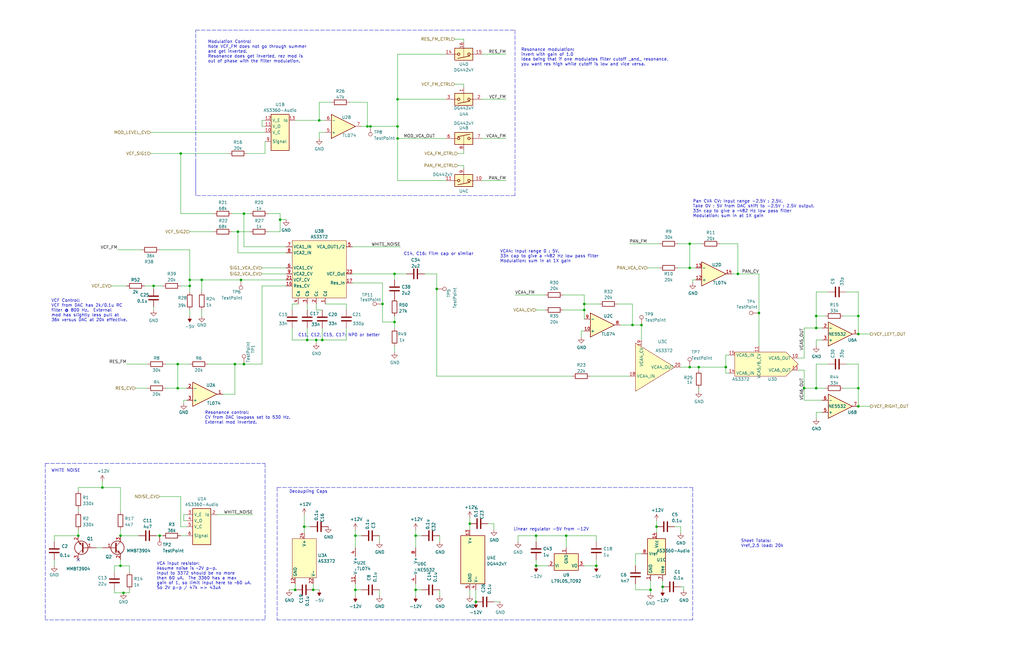
<source format=kicad_sch>
(kicad_sch (version 20230121) (generator eeschema)
  (paper "B")
  (title_block (title "Z3372 Signal Processor") (date "2025-02-03") (rev "0.5") (company "Zoxnoxious Engineering"))
  (junction (at 80.01 120.65))
  (junction (at 149.86 226.06))
  (junction (at 266.7 137.16))
  (junction (at 102.87 90.17))
  (junction (at 133.35 143.51))
  (junction (at 306.07 154.94))
  (junction (at 128.27 222.25))
  (junction (at 43.18 205.74))
  (junction (at 320.04 132.08))
  (junction (at 238.76 226.06))
  (junction (at 290.83 102.87))
  (junction (at 276.86 222.25))
  (junction (at 226.06 238.76))
  (junction (at 100.33 97.79))
  (junction (at 270.51 137.16))
  (junction (at 294.64 154.94))
  (junction (at 167.64 53.34))
  (junction (at 344.17 163.83))
  (junction (at 85.09 118.11))
  (junction (at 149.86 248.92))
  (junction (at 118.11 92.71))
  (junction (at 226.06 226.06))
  (junction (at 246.38 128.27))
  (junction (at 99.06 153.67))
  (junction (at 64.77 120.65))
  (junction (at 175.26 226.06))
  (junction (at 134.62 50.8))
  (junction (at 156.21 53.34))
  (junction (at 76.2 64.77))
  (junction (at 246.38 130.81))
  (junction (at 344.17 133.35))
  (junction (at 344.17 138.43))
  (junction (at 33.02 226.06))
  (junction (at 124.46 248.92))
  (junction (at 279.4 247.65))
  (junction (at 274.32 248.92))
  (junction (at 102.87 153.67))
  (junction (at 74.93 153.67))
  (junction (at 290.83 154.94))
  (junction (at 50.8 238.76))
  (junction (at 154.94 53.34))
  (junction (at 339.09 163.83))
  (junction (at 290.83 113.03))
  (junction (at 184.15 121.92))
  (junction (at 101.6 118.11))
  (junction (at 361.95 163.83))
  (junction (at 361.95 171.45))
  (junction (at 251.46 238.76))
  (junction (at 74.93 163.83))
  (junction (at 67.31 226.06))
  (junction (at 198.12 220.98))
  (junction (at 311.15 115.57))
  (junction (at 129.54 143.51))
  (junction (at 52.07 250.19))
  (junction (at 175.26 248.92))
  (junction (at 166.37 115.57))
  (junction (at 167.64 58.42))
  (junction (at 161.29 128.27))
  (junction (at 50.8 226.06))
  (junction (at 132.08 248.92))
  (junction (at 80.01 118.11))
  (junction (at 200.66 254))
  (junction (at 135.89 143.51))
  (junction (at 361.95 140.97))
  (junction (at 166.37 135.89))
  (junction (at 361.95 133.35))
  (junction (at 167.64 41.91))
  (no_connect (at 33.02 236.22))
  (wire (pts (xy 311.15 102.87) (xy 311.15 115.57)))
  (wire (pts (xy 270.51 143.51) (xy 270.51 137.16)))
  (wire (pts (xy 361.95 163.83) (xy 361.95 171.45)))
  (wire (pts (xy 33.02 226.06) (xy 33.02 223.52)))
  (wire (pts (xy 48.26 250.19) (xy 52.07 250.19)))
  (wire (pts (xy 339.09 168.91) (xy 339.09 163.83)))
  (wire (pts (xy 69.85 153.67) (xy 74.93 153.67)))
  (wire (pts (xy 76.2 226.06) (xy 78.74 226.06)))
  (polyline (pts (xy 116.84 205.74) (xy 116.84 261.62)) (stroke (width 0) (type dash)))
  (wire (pts (xy 124.46 246.38) (xy 124.46 248.92)))
  (wire (pts (xy 237.49 130.81) (xy 246.38 130.81)))
  (wire (pts (xy 48.26 238.76) (xy 48.26 241.3)))
  (wire (pts (xy 67.31 105.41) (xy 80.01 105.41)))
  (wire (pts (xy 175.26 226.06) (xy 177.8 226.06)))
  (wire (pts (xy 208.28 223.52) (xy 208.28 220.98)))
  (wire (pts (xy 161.29 119.38) (xy 161.29 128.27)))
  (polyline (pts (xy 116.84 205.74) (xy 292.1 205.74)) (stroke (width 0) (type dash)))
  (wire (pts (xy 267.97 233.68) (xy 270.51 233.68)))
  (wire (pts (xy 288.29 247.65) (xy 287.02 247.65)))
  (wire (pts (xy 361.95 133.35) (xy 361.95 140.97)))
  (wire (pts (xy 274.32 248.92) (xy 274.32 245.11)))
  (wire (pts (xy 198.12 220.98) (xy 198.12 223.52)))
  (wire (pts (xy 33.02 205.74) (xy 33.02 207.01)))
  (wire (pts (xy 85.09 130.81) (xy 85.09 133.35)))
  (wire (pts (xy 33.02 205.74) (xy 43.18 205.74)))
  (wire (pts (xy 276.86 219.71) (xy 276.86 222.25)))
  (polyline (pts (xy 111.76 195.58) (xy 111.76 261.62)) (stroke (width 0) (type dash)))
  (wire (pts (xy 203.2 41.91) (xy 213.36 41.91)))
  (wire (pts (xy 100.33 97.79) (xy 105.41 97.79)))
  (wire (pts (xy 284.48 222.25) (xy 287.02 222.25)))
  (wire (pts (xy 154.94 43.18) (xy 154.94 53.34)))
  (polyline (pts (xy 292.1 261.62) (xy 116.84 261.62)) (stroke (width 0) (type dash)))
  (wire (pts (xy 129.54 128.27) (xy 129.54 130.81)))
  (wire (pts (xy 110.49 50.8) (xy 111.76 50.8)))
  (wire (pts (xy 266.7 137.16) (xy 261.62 137.16)))
  (wire (pts (xy 210.82 254) (xy 208.28 254)))
  (wire (pts (xy 344.17 138.43) (xy 346.71 138.43)))
  (wire (pts (xy 226.06 226.06) (xy 226.06 228.6)))
  (wire (pts (xy 226.06 226.06) (xy 218.44 226.06)))
  (wire (pts (xy 154.94 53.34) (xy 156.21 53.34)))
  (polyline (pts (xy 217.17 12.7) (xy 217.17 82.55)) (stroke (width 0) (type dash)))
  (wire (pts (xy 146.05 128.27) (xy 146.05 130.81)))
  (wire (pts (xy 50.8 236.22) (xy 50.8 238.76)))
  (wire (pts (xy 198.12 218.44) (xy 198.12 220.98)))
  (wire (pts (xy 339.09 138.43) (xy 339.09 151.13)))
  (wire (pts (xy 274.32 248.92) (xy 274.32 250.19)))
  (wire (pts (xy 290.83 113.03) (xy 293.37 113.03)))
  (wire (pts (xy 175.26 248.92) (xy 177.8 248.92)))
  (wire (pts (xy 267.97 246.38) (xy 267.97 248.92)))
  (wire (pts (xy 339.09 163.83) (xy 339.09 156.21)))
  (wire (pts (xy 245.11 139.7) (xy 245.11 142.24)))
  (wire (pts (xy 46.99 120.65) (xy 53.34 120.65)))
  (wire (pts (xy 166.37 115.57) (xy 171.45 115.57)))
  (wire (pts (xy 195.58 64.77) (xy 195.58 63.5)))
  (wire (pts (xy 54.61 238.76) (xy 50.8 238.76)))
  (wire (pts (xy 64.77 120.65) (xy 68.58 120.65)))
  (wire (pts (xy 80.01 118.11) (xy 80.01 120.65)))
  (wire (pts (xy 50.8 205.74) (xy 43.18 205.74)))
  (wire (pts (xy 101.6 118.11) (xy 120.65 118.11)))
  (polyline (pts (xy 19.05 195.58) (xy 19.05 261.62)) (stroke (width 0) (type dash)))
  (wire (pts (xy 160.02 228.6) (xy 160.02 226.06)))
  (wire (pts (xy 191.77 35.56) (xy 195.58 35.56)))
  (wire (pts (xy 87.63 153.67) (xy 99.06 153.67)))
  (wire (pts (xy 77.47 217.17) (xy 78.74 217.17)))
  (wire (pts (xy 288.29 248.92) (xy 288.29 247.65)))
  (wire (pts (xy 97.79 97.79) (xy 100.33 97.79)))
  (wire (pts (xy 123.19 138.43) (xy 123.19 143.51)))
  (wire (pts (xy 110.49 120.65) (xy 120.65 120.65)))
  (wire (pts (xy 339.09 156.21) (xy 336.55 156.21)))
  (wire (pts (xy 135.89 143.51) (xy 133.35 143.51)))
  (wire (pts (xy 167.64 53.34) (xy 167.64 58.42)))
  (wire (pts (xy 76.2 64.77) (xy 76.2 90.17)))
  (wire (pts (xy 53.34 153.67) (xy 62.23 153.67)))
  (wire (pts (xy 185.42 251.46) (xy 185.42 248.92)))
  (wire (pts (xy 43.18 205.74) (xy 43.18 203.2)))
  (wire (pts (xy 293.37 118.11) (xy 292.1 118.11)))
  (wire (pts (xy 128.27 222.25) (xy 128.27 224.79)))
  (wire (pts (xy 187.96 76.2) (xy 167.64 76.2)))
  (wire (pts (xy 166.37 135.89) (xy 166.37 133.35)))
  (wire (pts (xy 78.74 168.91) (xy 77.47 168.91)))
  (wire (pts (xy 294.64 154.94) (xy 294.64 156.21)))
  (wire (pts (xy 85.09 118.11) (xy 101.6 118.11)))
  (wire (pts (xy 22.86 236.22) (xy 22.86 238.76)))
  (wire (pts (xy 80.01 97.79) (xy 90.17 97.79)))
  (wire (pts (xy 306.07 149.86) (xy 307.34 149.86)))
  (wire (pts (xy 91.44 217.17) (xy 106.68 217.17)))
  (wire (pts (xy 69.85 163.83) (xy 74.93 163.83)))
  (wire (pts (xy 279.4 248.92) (xy 279.4 247.65)))
  (wire (pts (xy 185.42 228.6) (xy 185.42 226.06)))
  (wire (pts (xy 344.17 143.51) (xy 344.17 146.05)))
  (wire (pts (xy 349.25 123.19) (xy 344.17 123.19)))
  (wire (pts (xy 22.86 226.06) (xy 33.02 226.06)))
  (wire (pts (xy 80.01 120.65) (xy 80.01 123.19)))
  (wire (pts (xy 99.06 166.37) (xy 93.98 166.37)))
  (wire (pts (xy 132.08 248.92) (xy 134.62 248.92)))
  (wire (pts (xy 50.8 238.76) (xy 48.26 238.76)))
  (wire (pts (xy 167.64 76.2) (xy 167.64 58.42)))
  (wire (pts (xy 99.06 153.67) (xy 99.06 166.37)))
  (wire (pts (xy 102.87 153.67) (xy 110.49 153.67)))
  (wire (pts (xy 110.49 120.65) (xy 110.49 153.67)))
  (wire (pts (xy 175.26 223.52) (xy 175.26 226.06)))
  (wire (pts (xy 179.07 115.57) (xy 184.15 115.57)))
  (wire (pts (xy 102.87 104.14) (xy 102.87 90.17)))
  (wire (pts (xy 148.59 119.38) (xy 161.29 119.38)))
  (wire (pts (xy 22.86 228.6) (xy 22.86 226.06)))
  (wire (pts (xy 134.62 55.88) (xy 134.62 58.42)))
  (wire (pts (xy 118.11 97.79) (xy 118.11 92.71)))
  (wire (pts (xy 347.98 133.35) (xy 344.17 133.35)))
  (wire (pts (xy 175.26 248.92) (xy 175.26 251.46)))
  (wire (pts (xy 132.08 246.38) (xy 132.08 248.92)))
  (wire (pts (xy 149.86 248.92) (xy 152.4 248.92)))
  (polyline (pts (xy 111.76 261.62) (xy 19.05 261.62)) (stroke (width 0) (type dash)))
  (wire (pts (xy 76.2 64.77) (xy 96.52 64.77)))
  (wire (pts (xy 66.04 226.06) (xy 67.31 226.06)))
  (wire (pts (xy 195.58 16.51) (xy 195.58 17.78)))
  (wire (pts (xy 129.54 143.51) (xy 133.35 143.51)))
  (wire (pts (xy 123.19 143.51) (xy 129.54 143.51)))
  (wire (pts (xy 356.87 123.19) (xy 361.95 123.19)))
  (wire (pts (xy 344.17 153.67) (xy 344.17 163.83)))
  (wire (pts (xy 344.17 176.53) (xy 344.17 173.99)))
  (wire (pts (xy 63.5 55.88) (xy 111.76 55.88)))
  (wire (pts (xy 49.53 105.41) (xy 59.69 105.41)))
  (polyline (pts (xy 82.55 12.7) (xy 217.17 12.7)) (stroke (width 0) (type dash)))
  (wire (pts (xy 311.15 115.57) (xy 320.04 115.57)))
  (wire (pts (xy 349.25 153.67) (xy 344.17 153.67)))
  (wire (pts (xy 78.74 222.25) (xy 76.2 222.25)))
  (wire (pts (xy 40.64 231.14) (xy 43.18 231.14)))
  (wire (pts (xy 78.74 219.71) (xy 77.47 219.71)))
  (wire (pts (xy 195.58 69.85) (xy 193.04 69.85)))
  (wire (pts (xy 148.59 104.14) (xy 168.91 104.14)))
  (wire (pts (xy 54.61 241.3) (xy 54.61 238.76)))
  (wire (pts (xy 306.07 157.48) (xy 306.07 154.94)))
  (wire (pts (xy 273.05 113.03) (xy 278.13 113.03)))
  (wire (pts (xy 184.15 121.92) (xy 184.15 158.75)))
  (wire (pts (xy 80.01 105.41) (xy 80.01 118.11)))
  (wire (pts (xy 306.07 154.94) (xy 306.07 149.86)))
  (wire (pts (xy 290.83 154.94) (xy 294.64 154.94)))
  (wire (pts (xy 251.46 226.06) (xy 238.76 226.06)))
  (wire (pts (xy 67.31 226.06) (xy 68.58 226.06)))
  (wire (pts (xy 267.97 238.76) (xy 267.97 233.68)))
  (wire (pts (xy 344.17 173.99) (xy 346.71 173.99)))
  (wire (pts (xy 166.37 146.05) (xy 166.37 148.59)))
  (wire (pts (xy 203.2 76.2) (xy 213.36 76.2)))
  (wire (pts (xy 146.05 138.43) (xy 146.05 143.51)))
  (wire (pts (xy 149.86 226.06) (xy 152.4 226.06)))
  (wire (pts (xy 167.64 22.86) (xy 167.64 41.91)))
  (wire (pts (xy 97.79 90.17) (xy 102.87 90.17)))
  (wire (pts (xy 129.54 138.43) (xy 129.54 143.51)))
  (wire (pts (xy 67.31 209.55) (xy 76.2 209.55)))
  (wire (pts (xy 100.33 106.68) (xy 120.65 106.68)))
  (wire (pts (xy 152.4 53.34) (xy 154.94 53.34)))
  (wire (pts (xy 191.77 16.51) (xy 195.58 16.51)))
  (wire (pts (xy 133.35 144.78) (xy 133.35 143.51)))
  (wire (pts (xy 77.47 168.91) (xy 77.47 170.18)))
  (wire (pts (xy 205.74 220.98) (xy 208.28 220.98)))
  (wire (pts (xy 184.15 158.75) (xy 241.3 158.75)))
  (wire (pts (xy 104.14 64.77) (xy 111.76 64.77)))
  (wire (pts (xy 339.09 163.83) (xy 344.17 163.83)))
  (wire (pts (xy 344.17 123.19) (xy 344.17 133.35)))
  (wire (pts (xy 80.01 118.11) (xy 85.09 118.11)))
  (wire (pts (xy 218.44 226.06) (xy 218.44 228.6)))
  (polyline (pts (xy 82.55 68.58) (xy 82.55 82.55)))
  (wire (pts (xy 285.75 113.03) (xy 290.83 113.03)))
  (wire (pts (xy 166.37 135.89) (xy 166.37 138.43)))
  (wire (pts (xy 110.49 113.03) (xy 120.65 113.03)))
  (polyline (pts (xy 19.05 195.58) (xy 111.76 195.58)) (stroke (width 0) (type dash)))
  (wire (pts (xy 135.89 130.81) (xy 133.35 130.81)))
  (wire (pts (xy 226.06 236.22) (xy 226.06 238.76)))
  (wire (pts (xy 149.86 223.52) (xy 149.86 226.06)))
  (wire (pts (xy 110.49 115.57) (xy 120.65 115.57)))
  (wire (pts (xy 265.43 102.87) (xy 278.13 102.87)))
  (wire (pts (xy 120.65 92.71) (xy 118.11 92.71)))
  (wire (pts (xy 270.51 137.16) (xy 266.7 137.16)))
  (wire (pts (xy 135.89 138.43) (xy 135.89 143.51)))
  (wire (pts (xy 267.97 248.92) (xy 274.32 248.92)))
  (wire (pts (xy 80.01 130.81) (xy 80.01 133.35)))
  (wire (pts (xy 355.6 163.83) (xy 361.95 163.83)))
  (wire (pts (xy 50.8 205.74) (xy 50.8 215.9)))
  (wire (pts (xy 200.66 248.92) (xy 200.66 254)))
  (wire (pts (xy 195.58 71.12) (xy 195.58 69.85)))
  (wire (pts (xy 361.95 153.67) (xy 361.95 163.83)))
  (wire (pts (xy 160.02 251.46) (xy 160.02 248.92)))
  (wire (pts (xy 279.4 245.11) (xy 279.4 247.65)))
  (wire (pts (xy 320.04 115.57) (xy 320.04 132.08)))
  (wire (pts (xy 63.5 64.77) (xy 76.2 64.77)))
  (wire (pts (xy 339.09 138.43) (xy 344.17 138.43)))
  (polyline (pts (xy 292.1 205.74) (xy 292.1 261.62)) (stroke (width 0) (type dash)))
  (wire (pts (xy 344.17 163.83) (xy 347.98 163.83)))
  (wire (pts (xy 50.8 223.52) (xy 50.8 226.06)))
  (wire (pts (xy 134.62 50.8) (xy 137.16 50.8)))
  (wire (pts (xy 320.04 132.08) (xy 320.04 146.05)))
  (wire (pts (xy 193.04 64.77) (xy 195.58 64.77)))
  (wire (pts (xy 76.2 222.25) (xy 76.2 209.55)))
  (wire (pts (xy 251.46 238.76) (xy 251.46 236.22)))
  (wire (pts (xy 128.27 222.25) (xy 130.81 222.25)))
  (wire (pts (xy 195.58 35.56) (xy 195.58 36.83)))
  (wire (pts (xy 246.38 139.7) (xy 245.11 139.7)))
  (wire (pts (xy 120.65 104.14) (xy 102.87 104.14)))
  (wire (pts (xy 99.06 153.67) (xy 102.87 153.67)))
  (wire (pts (xy 311.15 115.57) (xy 308.61 115.57)))
  (wire (pts (xy 57.15 163.83) (xy 62.23 163.83)))
  (wire (pts (xy 361.95 123.19) (xy 361.95 133.35)))
  (wire (pts (xy 237.49 124.46) (xy 246.38 124.46)))
  (wire (pts (xy 76.2 120.65) (xy 80.01 120.65)))
  (wire (pts (xy 266.7 128.27) (xy 266.7 137.16)))
  (wire (pts (xy 361.95 171.45) (xy 367.03 171.45)))
  (wire (pts (xy 139.7 43.18) (xy 134.62 43.18)))
  (wire (pts (xy 118.11 92.71) (xy 118.11 90.17)))
  (wire (pts (xy 74.93 163.83) (xy 78.74 163.83)))
  (wire (pts (xy 361.95 140.97) (xy 367.03 140.97)))
  (wire (pts (xy 217.17 124.46) (xy 229.87 124.46)))
  (wire (pts (xy 54.61 248.92) (xy 54.61 250.19)))
  (wire (pts (xy 346.71 168.91) (xy 339.09 168.91)))
  (wire (pts (xy 246.38 128.27) (xy 246.38 130.81)))
  (wire (pts (xy 294.64 154.94) (xy 306.07 154.94)))
  (wire (pts (xy 175.26 246.38) (xy 175.26 248.92)))
  (wire (pts (xy 198.12 248.92) (xy 198.12 251.46)))
  (wire (pts (xy 133.35 130.81) (xy 133.35 128.27)))
  (wire (pts (xy 76.2 90.17) (xy 90.17 90.17)))
  (wire (pts (xy 344.17 133.35) (xy 344.17 138.43)))
  (wire (pts (xy 346.71 143.51) (xy 344.17 143.51)))
  (wire (pts (xy 260.35 128.27) (xy 266.7 128.27)))
  (wire (pts (xy 60.96 120.65) (xy 64.77 120.65)))
  (wire (pts (xy 184.15 115.57) (xy 184.15 121.92)))
  (wire (pts (xy 134.62 55.88) (xy 137.16 55.88)))
  (wire (pts (xy 248.92 158.75) (xy 265.43 158.75)))
  (wire (pts (xy 128.27 217.17) (xy 128.27 222.25)))
  (wire (pts (xy 74.93 153.67) (xy 80.01 153.67)))
  (wire (pts (xy 294.64 163.83) (xy 294.64 165.1)))
  (wire (pts (xy 161.29 128.27) (xy 161.29 135.89)))
  (wire (pts (xy 246.38 124.46) (xy 246.38 128.27)))
  (wire (pts (xy 111.76 64.77) (xy 111.76 59.69)))
  (wire (pts (xy 226.06 130.81) (xy 229.87 130.81)))
  (wire (pts (xy 123.19 128.27) (xy 125.73 128.27)))
  (wire (pts (xy 149.86 246.38) (xy 149.86 248.92)))
  (wire (pts (xy 238.76 226.06) (xy 238.76 231.14)))
  (wire (pts (xy 100.33 106.68) (xy 100.33 97.79)))
  (wire (pts (xy 124.46 50.8) (xy 134.62 50.8)))
  (wire (pts (xy 246.38 130.81) (xy 246.38 134.62)))
  (wire (pts (xy 147.32 43.18) (xy 154.94 43.18)))
  (wire (pts (xy 238.76 226.06) (xy 226.06 226.06)))
  (wire (pts (xy 123.19 130.81) (xy 123.19 128.27)))
  (wire (pts (xy 307.34 157.48) (xy 306.07 157.48)))
  (wire (pts (xy 292.1 118.11) (xy 292.1 119.38)))
  (wire (pts (xy 64.77 129.54) (xy 64.77 130.81)))
  (wire (pts (xy 167.64 41.91) (xy 167.64 53.34)))
  (wire (pts (xy 226.06 238.76) (xy 231.14 238.76)))
  (wire (pts (xy 336.55 151.13) (xy 339.09 151.13)))
  (wire (pts (xy 290.83 102.87) (xy 295.91 102.87)))
  (wire (pts (xy 303.53 102.87) (xy 311.15 102.87)))
  (wire (pts (xy 355.6 133.35) (xy 361.95 133.35)))
  (wire (pts (xy 167.64 22.86) (xy 187.96 22.86)))
  (wire (pts (xy 149.86 248.92) (xy 149.86 251.46)))
  (wire (pts (xy 175.26 226.06) (xy 175.26 231.14)))
  (wire (pts (xy 276.86 222.25) (xy 276.86 224.79)))
  (wire (pts (xy 156.21 53.34) (xy 167.64 53.34)))
  (wire (pts (xy 285.75 102.87) (xy 290.83 102.87)))
  (wire (pts (xy 246.38 238.76) (xy 251.46 238.76)))
  (wire (pts (xy 110.49 53.34) (xy 110.49 50.8)))
  (wire (pts (xy 137.16 128.27) (xy 146.05 128.27)))
  (wire (pts (xy 111.76 53.34) (xy 110.49 53.34)))
  (wire (pts (xy 50.8 226.06) (xy 58.42 226.06)))
  (wire (pts (xy 290.83 102.87) (xy 290.83 113.03)))
  (wire (pts (xy 85.09 118.11) (xy 85.09 123.19)))
  (wire (pts (xy 121.92 248.92) (xy 124.46 248.92)))
  (wire (pts (xy 251.46 228.6) (xy 251.46 226.06)))
  (polyline (pts (xy 82.55 68.58) (xy 82.55 12.7)) (stroke (width 0) (type dash)))
  (wire (pts (xy 203.2 58.42) (xy 213.36 58.42)))
  (wire (pts (xy 161.29 135.89) (xy 166.37 135.89)))
  (wire (pts (xy 167.64 41.91) (xy 187.96 41.91)))
  (wire (pts (xy 134.62 43.18) (xy 134.62 50.8)))
  (wire (pts (xy 167.64 58.42) (xy 187.96 58.42)))
  (wire (pts (xy 48.26 248.92) (xy 48.26 250.19)))
  (wire (pts (xy 77.47 219.71) (xy 77.47 217.17)))
  (wire (pts (xy 113.03 97.79) (xy 118.11 97.79)))
  (wire (pts (xy 64.77 120.65) (xy 64.77 121.92)))
  (wire (pts (xy 102.87 90.17) (xy 105.41 90.17)))
  (wire (pts (xy 33.02 214.63) (xy 33.02 215.9)))
  (polyline (pts (xy 217.17 82.55) (xy 82.55 82.55)) (stroke (width 0) (type dash)))
  (wire (pts (xy 54.61 250.19) (xy 52.07 250.19)))
  (wire (pts (xy 356.87 153.67) (xy 361.95 153.67)))
  (wire (pts (xy 74.93 153.67) (xy 74.93 163.83)))
  (wire (pts (xy 113.03 90.17) (xy 118.11 90.17)))
  (wire (pts (xy 148.59 115.57) (xy 166.37 115.57)))
  (wire (pts (xy 287.02 154.94) (xy 290.83 154.94)))
  (wire (pts (xy 203.2 22.86) (xy 213.36 22.86)))
  (wire (pts (xy 246.38 128.27) (xy 252.73 128.27)))
  (wire (pts (xy 166.37 115.57) (xy 166.37 118.11)))
  (wire (pts (xy 146.05 143.51) (xy 135.89 143.51)))
  (wire (pts (xy 149.86 226.06) (xy 149.86 231.14)))
  (wire (pts (xy 287.02 224.79) (xy 287.02 222.25)))
  (text "Modulation Control\nNote VCF_FM does not go through summer\nand get inverted.\nResonance does get inverted, rez mod is\nout of phase with the filter modulation." (at 87.63 26.67 0) (effects (font (size 1.27 1.27)) (justify left bottom)))
  (text "Resonance modulation:\ninvert with gain of 1.0\nIdea being that if one modulates filter cutoff _and_ resonance,\nyou want res high while cutoff is low and vice versa." (at 219.71 27.94 0) (effects (font (size 1.27 1.27)) (justify left bottom)))
  (text "Resonance control:\nCV from DAC lowpass set to 530 Hz.\nExternal mod inverted." (at 86.36 179.07 0) (effects (font (size 1.27 1.27)) (justify left bottom)))
  (text "VCA4: Input range 0 : 5V.\n33n cap to give a ~482 Hz low pass filter\nModulation: sum in at 1X gain\n\n" (at 210.82 113.03 0) (effects (font (size 1.27 1.27)) (justify left bottom)))
  (text "Decoupling Caps" (at 121.92 208.28 0) (effects (font (size 1.27 1.27)) (justify left bottom)))
  (text "C14, C16: Film cap or similar" (at 170.18 107.95 0) (effects (font (size 1.27 1.27)) (justify left bottom)))
  (text "VCF Control:\nVCF from DAC has 2k/0.1u RC\nfilter @ 800 Hz.  External\nmod has slightly less pull at\n36k versus DAC at 20k effective." (at 21.59 135.89 0) (effects (font (size 1.27 1.27)) (justify left bottom)))
  (text "WHITE NOISE" (at 21.59 199.39 0) (effects (font (size 1.27 1.27)) (justify left bottom)))
  (text "Pan CVA CV: Input range -2.5V : 2.5V.\nTake 0V : 5V from DAC shift to -2.5V : 2.5V output.\n33n cap to give a ~482 Hz low pass filter\nModulation: sum in at 1X gain\n\n" (at 292.1 93.98 0) (effects (font (size 1.27 1.27)) (justify left bottom)))
  (text "Sheet Totals:\nVref_2.5 load: 20k" (at 312.42 231.14 0) (effects (font (size 1.27 1.27)) (justify left bottom)))
  (text "Linear regulator -5V from -12V" (at 216.535 224.155 0) (effects (font (size 1.27 1.27)) (justify left bottom)))
  (text "C11, C12, C15, C17: NP0 or better" (at 125.73 142.24 0) (effects (font (size 1.27 1.27)) (justify left bottom)))
  (text "VCA input resistor:\nAssume noise is ~2V p-p.\nInput to 3372 should be no more\nthan 60 uA.  The 3360 has a max\ngain of 1, so limit input here to ~60 uA.\nSo 2V p-p / 47k => 43uA" (at 66.04 248.92 0) (effects (font (size 1.27 1.27)) (justify left bottom)))
  (label "PAN_FM" (at 213.36 76.2 180))
  (label "RES_FM" (at 213.36 22.86 180))
  (label "VCF_FM" (at 49.53 105.41 180))
  (label "PAN_CV" (at 320.04 115.57 180))
  (label "MOD_VCA_OUT" (at 170.18 58.42 0))
  (label "PAN_FM" (at 265.43 102.87 0))
  (label "VCA6_OUT" (at 339.09 168.91 90))
  (label "VCA4_FM" (at 217.17 124.46 0))
  (label "WHITE_NOISE" (at 168.91 104.14 180))
  (label "VCF_FM" (at 213.36 41.91 180))
  (label "VCA5_OUT" (at 339.09 138.43 270))
  (label "WHITE_NOISE" (at 106.68 217.17 180))
  (label "RES_FM" (at 53.34 153.67 180))
  (label "VCA4_FM" (at 213.36 58.42 180))
  (hierarchical_label "MOD_LEVEL_CV" (shape input) (at 63.5 55.88 180))
  (hierarchical_label "PAN_VCA_CV" (shape input) (at 273.05 113.03 180))
  (hierarchical_label "VCF_SIG1" (shape input) (at 63.5 64.77 180))
  (hierarchical_label "RES_CV" (shape input) (at 57.15 163.83 180))
  (hierarchical_label "VCF_SIG2" (shape input) (at 80.01 97.79 180))
  (hierarchical_label "VCA4_CV" (shape input) (at 226.06 130.81 180))
  (hierarchical_label "SIG1_VCA_CV" (shape input) (at 110.49 113.03 180))
  (hierarchical_label "VCF_CV" (shape input) (at 46.99 120.65 180))
  (hierarchical_label "RES_FM_CTRL" (shape input) (at 191.77 16.51 180))
  (hierarchical_label "VCF_LEFT_OUT" (shape output) (at 367.03 140.97 0))
  (hierarchical_label "PAN_FM_CTRL" (shape input) (at 193.04 69.85 180))
  (hierarchical_label "NOISE_CV" (shape input) (at 67.31 209.55 180))
  (hierarchical_label "VCA_FM_CTRL" (shape input) (at 193.04 64.77 180))
  (hierarchical_label "VCF_FM_CTRL" (shape input) (at 191.77 35.56 180))
  (hierarchical_label "SIG2_VCA_CV" (shape input) (at 110.49 115.57 180))
  (hierarchical_label "VCF_RIGHT_OUT" (shape output) (at 367.03 171.45 0))
  (symbol (lib_id "Device:C") (at 280.67 222.25 270) (unit 1)
    (property "Reference" "C5" (at 283.21 217.17 90) (effects (justify left)))
    (property "Value" "0.1u" (at 283.21 219.71 90) (effects (justify left)))
    (property "Footprint" "Capacitor_SMD:C_0603_1608Metric" (effects hide))
    (property "LCSC" "C14663" (effects hide))
  )
  (symbol (lib_id "Device:C") (at 48.26 245.11 0) (unit 1)
    (property "Reference" "C13" (at 43.18 243.84 0))
    (property "Value" "22u" (at 43.18 246.38 0))
    (property "Footprint" "Capacitor_SMD:C_1206_3216Metric" (effects hide))
    (property "LCSC" "C12891" (effects hide))
  )
  (symbol (lib_id "Device:R") (at 233.68 124.46 270) (unit 1)
    (property "Reference" "R30" (at 233.68 119.2997 90))
    (property "Value" "20k" (at 233.68 121.7239 90))
    (property "Footprint" "Resistor_SMD:R_0603_1608Metric" (effects hide))
    (property "LCSC" "C4184" (effects hide))
  )
  (symbol (lib_id "Device:R") (at 166.37 129.54 0) (unit 1)
    (property "Reference" "R50" (at 168.148 128.7053 0) (effects (justify left)))
    (property "Value" "27k" (at 168.148 131.2422 0) (effects (justify left)))
    (property "Footprint" "Resistor_SMD:R_0603_1608Metric" (effects hide))
    (property "LCSC" "C22967" (effects hide))
  )
  (symbol (lib_id "power:GND") (at 166.37 148.59 0) (unit 1)
    (property "Reference" "#PWR043" (effects hide))
    (property "Value" "GND" (at 166.497 152.9842 0))
  )
  (symbol (lib_id "Connector:TestPoint") (at 290.83 154.94 0) (unit 1)
    (property "Reference" "TP7" (at 293.37 148.59 0))
    (property "Value" "TestPoint" (at 295.91 151.13 0))
    (property "Footprint" "TestPoint:TestPoint_Pad_2.0x2.0mm" (effects hide))
  )
  (symbol (lib_id "z3372_lib:AS3360-Audio") (at 85.09 220.98 0) (unit 1)
    (property "Reference" "U1" (at 85.09 210.4857 0))
    (property "Value" "AS3360-Audio" (at 85.09 212.9099 0))
    (property "Footprint" "Package_SO:SOIC-14_3.9x8.7mm_P1.27mm" (effects hide))
  )
  (symbol (lib_id "power:-12V") (at 175.26 251.46 180) (unit 1)
    (property "Reference" "#PWR072" (effects hide))
    (property "Value" "-12V" (at 175.26 255.9034 0))
  )
  (symbol (lib_id "Device:C") (at 201.93 220.98 270) (unit 1)
    (property "Reference" "C23" (at 203.2 215.265 0) (effects (justify left)))
    (property "Value" "0.1u" (at 200.66 213.995 0) (effects (justify left)))
    (property "Footprint" "Capacitor_SMD:C_0603_1608Metric" (effects hide))
    (property "LCSC" "C14663" (effects hide))
  )
  (symbol (lib_id "z3372_lib:AS3360-Audio") (at 276.86 233.68 0) (unit 3)
    (property "Reference" "U1" (at 276.86 236.22 0) (effects (justify left)))
    (property "Value" "AS3360-Audio" (at 276.86 232.41 0) (effects (justify left)))
    (property "Footprint" "Package_SO:SOIC-14_3.9x8.7mm_P1.27mm" (effects hide))
  )
  (symbol (lib_id "power:GND") (at 121.92 248.92 0) (unit 1)
    (property "Reference" "#PWR048" (effects hide))
    (property "Value" "GND" (at 122.047 253.3142 0))
  )
  (symbol (lib_id "z3372_lib:AS3372") (at 128.27 233.68 0) (unit 1)
    (property "Reference" "U3" (at 134.0612 234.3729 0) (effects (justify left)))
    (property "Value" "AS3372" (at 134.0612 236.7971 0) (effects (justify left)))
    (property "Footprint" "Package_SO:SOIC-24W_7.5x15.4mm_P1.27mm" (effects hide))
    (property "Datasheet" "https://www.alfarzpp.lv/eng/sc/AS3372E.pdf" (effects hide))
  )
  (symbol (lib_id "Device:C") (at 283.21 247.65 90) (unit 1)
    (property "Reference" "C1" (at 287.02 241.3 90) (effects (justify left)))
    (property "Value" "0.1u" (at 288.29 243.84 90) (effects (justify left)))
    (property "Footprint" "Capacitor_SMD:C_0603_1608Metric" (effects hide))
    (property "LCSC" "C14663" (effects hide))
  )
  (symbol (lib_id "power:GND") (at 85.09 133.35 0) (unit 1)
    (property "Reference" "#PWR037" (effects hide))
    (property "Value" "GND" (at 85.09 137.16 0))
  )
  (symbol (lib_id "Amplifier_Operational:TL074") (at 300.99 115.57 0) (mirror x) (unit 4)
    (property "Reference" "U2" (at 302.26 111.76 0))
    (property "Value" "TL074" (at 303.53 119.38 0))
    (property "Footprint" "Package_SO:TSSOP-14_4.4x5mm_P0.65mm" (effects hide))
    (property "Datasheet" "http://www.ti.com/lit/ds/symlink/tl071.pdf" (effects hide))
    (property "LCSC" "C96507" (effects hide))
  )
  (symbol (lib_id "power:+12V") (at 149.86 223.52 0) (unit 1)
    (property "Reference" "#PWR092" (effects hide))
    (property "Value" "+12V" (at 150.241 219.1258 0))
  )
  (symbol (lib_id "power:GND") (at 344.17 146.05 0) (unit 1)
    (property "Reference" "#PWR081" (effects hide))
    (property "Value" "GND" (at 344.297 150.4442 0))
  )
  (symbol (lib_id "Amplifier_Operational:TL074") (at 254 137.16 0) (mirror x) (unit 3)
    (property "Reference" "U2" (at 256.54 133.35 0))
    (property "Value" "TL074" (at 256.54 140.97 0))
    (property "Footprint" "Package_SO:TSSOP-14_4.4x5mm_P0.65mm" (effects hide))
    (property "Datasheet" "http://www.ti.com/lit/ds/symlink/tl071.pdf" (effects hide))
    (property "LCSC" "C96507" (effects hide))
  )
  (symbol (lib_id "Device:R") (at 351.79 163.83 90) (unit 1)
    (property "Reference" "R44" (at 351.79 159.1142 90))
    (property "Value" "33k" (at 351.79 161.6511 90))
    (property "Footprint" "Resistor_SMD:R_0603_1608Metric" (effects hide))
    (property "LCSC" "C4216" (effects hide))
  )
  (symbol (lib_id "power:GND") (at 52.07 250.19 0) (unit 1)
    (property "Reference" "#PWR025" (effects hide))
    (property "Value" "GND" (at 52.07 254 0))
  )
  (symbol (lib_id "Device:C") (at 353.06 123.19 90) (unit 1)
    (property "Reference" "C9" (at 351.155 118.745 0))
    (property "Value" "33p" (at 354.965 118.745 0))
    (property "Footprint" "Capacitor_SMD:C_0603_1608Metric" (effects hide))
    (property "LCSC" "C1663" (effects hide))
  )
  (symbol (lib_id "Device:R") (at 72.39 226.06 90) (unit 1)
    (property "Reference" "R3" (at 72.39 221.3442 90))
    (property "Value" "36k" (at 72.39 223.8811 90))
    (property "Footprint" "Resistor_SMD:R_0603_1608Metric" (effects hide))
    (property "LCSC" "C23147" (effects hide))
  )
  (symbol (lib_id "power:+12V") (at 175.26 223.52 0) (unit 1)
    (property "Reference" "#PWR071" (effects hide))
    (property "Value" "+12V" (at 175.641 219.1258 0))
  )
  (symbol (lib_id "Amplifier_Operational:TL074") (at 86.36 166.37 0) (mirror x) (unit 1)
    (property "Reference" "U2" (at 88.9 162.56 0))
    (property "Value" "TL074" (at 90.17 170.18 0))
    (property "Footprint" "Package_SO:TSSOP-14_4.4x5mm_P0.65mm" (effects hide))
    (property "Datasheet" "http://www.ti.com/lit/ds/symlink/tl071.pdf" (effects hide))
    (property "LCSC" "C96507" (effects hide))
  )
  (symbol (lib_id "Analog_Switch:DG442xY") (at 198.12 236.22 0) (unit 5)
    (property "Reference" "U4" (at 205.232 235.3853 0) (effects (justify left)))
    (property "Value" "DG442xY" (at 205.232 237.9222 0) (effects (justify left)))
    (property "Footprint" "Package_SO:SOIC-16_3.9x9.9mm_P1.27mm" (effects hide))
    (property "Datasheet" "https://datasheets.maximintegrated.com/en/ds/DG441-DG442.pdf" (effects hide))
    (property "LCSC" "C2673321" (effects hide))
  )
  (symbol (lib_id "Amplifier_Operational:TL074") (at 144.78 53.34 0) (mirror x) (unit 2)
    (property "Reference" "U2" (at 146.05 49.53 0))
    (property "Value" "TL074" (at 147.32 57.15 0))
    (property "Footprint" "Package_SO:TSSOP-14_4.4x5mm_P0.65mm" (effects hide))
    (property "Datasheet" "http://www.ti.com/lit/ds/symlink/tl071.pdf" (effects hide))
    (property "LCSC" "C96507" (effects hide))
  )
  (symbol (lib_id "power:GND") (at 160.02 228.6 0) (unit 1)
    (property "Reference" "#PWR095" (effects hide))
    (property "Value" "GND" (at 160.147 232.9942 0))
  )
  (symbol (lib_id "Analog_Switch:DG442xY") (at 195.58 22.86 180) (unit 4)
    (property "Reference" "U4" (at 195.58 27.1201 0))
    (property "Value" "DG442xY" (at 195.58 29.5443 0))
    (property "Footprint" "Package_SO:SOIC-16_3.9x9.9mm_P1.27mm" (effects hide))
    (property "Datasheet" "https://datasheets.maximintegrated.com/en/ds/DG441-DG442.pdf" (effects hide))
    (property "LCSC" "C2673321" (effects hide))
  )
  (symbol (lib_id "Amplifier_Operational:NE5532") (at 172.72 238.76 0) (mirror y) (unit 3)
    (property "Reference" "U6" (at 175.895 237.9253 0) (effects (justify right)))
    (property "Value" "NE5532" (at 175.895 240.4622 0) (effects (justify right)))
    (property "Footprint" "Package_SO:SOIC-8_3.9x4.9mm_P1.27mm" (effects hide))
    (property "Datasheet" "http://www.ti.com/lit/ds/symlink/ne5532.pdf" (effects hide))
    (property "LCSC" "C7426" (effects hide))
  )
  (symbol (lib_id "z3372_lib:AS3360-Audio") (at 118.11 54.61 0) (unit 2)
    (property "Reference" "U1" (at 118.11 44.1157 0))
    (property "Value" "AS3360-Audio" (at 118.11 46.5399 0))
    (property "Footprint" "Package_SO:SOIC-14_3.9x8.7mm_P1.27mm" (effects hide))
  )
  (symbol (lib_id "Connector:TestPoint") (at 101.6 118.11 180) (unit 1)
    (property "Reference" "TP6" (at 101.6 123.19 0) (effects (justify left)))
    (property "Value" "TestPoint" (at 102.235 125.73 0) (effects (justify left)))
    (property "Footprint" "TestPoint:TestPoint_Pad_2.0x2.0mm" (effects hide))
  )
  (symbol (lib_id "Device:R") (at 166.37 142.24 0) (unit 1)
    (property "Reference" "R49" (at 169.545 140.97 0))
    (property "Value" "1k" (at 169.545 143.51 0))
    (property "Footprint" "Resistor_SMD:R_0603_1608Metric" (effects hide))
    (property "LCSC" "C21190" (effects hide))
  )
  (symbol (lib_id "Device:C") (at 175.26 115.57 90) (unit 1)
    (property "Reference" "C34" (at 175.26 109.7112 90))
    (property "Value" "2u2" (at 175.26 112.2481 90))
    (property "Footprint" "Capacitor_THT:C_Rect_L7.2mm_W5.5mm_P5.00mm_FKS2_FKP2_MKS2_MKP2" (effects hide))
    (property "Digikey" "MKS2B042201F00KSSD" (effects hide))
  )
  (symbol (lib_id "Device:R") (at 281.94 102.87 270) (unit 1)
    (property "Reference" "R9" (at 281.94 97.7097 90))
    (property "Value" "30k" (at 281.94 100.1339 90))
    (property "Footprint" "Resistor_SMD:R_0603_1608Metric" (effects hide))
    (property "LCSC" "C22984" (effects hide))
  )
  (symbol (lib_id "Device:C") (at 166.37 121.92 0) (unit 1)
    (property "Reference" "C38" (at 169.291 121.0853 0) (effects (justify left)))
    (property "Value" "2u2" (at 169.291 123.6222 0) (effects (justify left)))
    (property "Footprint" "Capacitor_THT:C_Rect_L7.2mm_W5.5mm_P5.00mm_FKS2_FKP2_MKS2_MKP2" (effects hide))
    (property "Digikey" "MKS2B042201F00KSSD" (effects hide))
  )
  (symbol (lib_id "Transistor_BJT:MMBT3904") (at 35.56 231.14 180) (unit 1)
    (property "Reference" "Q1" (at 39.37 227.33 0) (effects (justify left)))
    (property "Value" "MMBT3904" (at 38.1 240.03 0) (effects (justify left)))
    (property "Footprint" "Package_TO_SOT_SMD:SOT-23" (effects hide))
    (property "Datasheet" "https://www.onsemi.com/pdf/datasheet/pzt3904-d.pdf" (effects hide))
    (property "LCSC" "C20526" (effects hide))
  )
  (symbol (lib_id "Device:C") (at 353.06 153.67 90) (unit 1)
    (property "Reference" "C30" (at 351.155 149.225 0))
    (property "Value" "33p" (at 354.965 149.225 0))
    (property "Footprint" "Capacitor_SMD:C_0603_1608Metric" (effects hide))
    (property "LCSC" "C1663" (effects hide))
  )
  (symbol (lib_id "Device:R") (at 281.94 113.03 90) (unit 1)
    (property "Reference" "R10" (at 281.94 115.57 90))
    (property "Value" "20k" (at 281.94 118.11 90))
    (property "Footprint" "Resistor_SMD:R_0603_1608Metric" (effects hide))
    (property "LCSC" "C4184" (effects hide))
  )
  (symbol (lib_id "power:-5V") (at 251.46 238.76 180) (unit 1)
    (property "Reference" "#PWR087" (effects hide))
    (property "Value" "-5V" (at 251.46 243.2034 0))
  )
  (symbol (lib_id "Device:R") (at 109.22 97.79 270) (unit 1)
    (property "Reference" "R27" (at 109.347 93.2012 90))
    (property "Value" "1k" (at 109.22 95.6111 90))
    (property "Footprint" "Resistor_SMD:R_0603_1608Metric" (effects hide))
    (property "LCSC" "C21190" (effects hide))
  )
  (symbol (lib_id "Connector:TestPoint") (at 156.21 53.34 180) (unit 1)
    (property "Reference" "TP8" (at 157.607 55.8073 0) (effects (justify right)))
    (property "Value" "TestPoint" (at 157.607 58.3442 0) (effects (justify right)))
    (property "Footprint" "TestPoint:TestPoint_Pad_2.0x2.0mm" (effects hide))
  )
  (symbol (lib_id "power:GND") (at 185.42 251.46 0) (unit 1)
    (property "Reference" "#PWR073" (effects hide))
    (property "Value" "GND" (at 185.547 255.8542 0))
  )
  (symbol (lib_id "Device:R") (at 50.8 219.71 0) (unit 1)
    (property "Reference" "R17" (at 52.578 218.8753 0) (effects (justify left)))
    (property "Value" "4k7" (at 52.578 221.4122 0) (effects (justify left)))
    (property "Footprint" "Resistor_SMD:R_0603_1608Metric" (effects hide))
    (property "LCSC" "C23162" (effects hide))
  )
  (symbol (lib_id "power:GND") (at 185.42 228.6 0) (unit 1)
    (property "Reference" "#PWR074" (effects hide))
    (property "Value" "GND" (at 185.547 232.9942 0))
  )
  (symbol (lib_id "power:+12V") (at 43.18 203.2 0) (unit 1)
    (property "Reference" "#PWR085" (effects hide))
    (property "Value" "+12V" (at 43.561 198.8058 0))
  )
  (symbol (lib_id "Device:R") (at 83.82 153.67 270) (unit 1)
    (property "Reference" "R6" (at 83.82 151.13 90))
    (property "Value" "20k" (at 83.82 156.21 90))
    (property "Footprint" "Resistor_SMD:R_0603_1608Metric" (effects hide))
    (property "LCSC" "C4184" (effects hide))
  )
  (symbol (lib_id "power:GND") (at 120.65 92.71 0) (mirror y) (unit 1)
    (property "Reference" "#PWR039" (effects hide))
    (property "Value" "GND" (at 120.65 97.1534 0))
  )
  (symbol (lib_id "Device:R") (at 93.98 90.17 270) (unit 1)
    (property "Reference" "R21" (at 93.98 85.4542 90))
    (property "Value" "68k" (at 93.98 87.9911 90))
    (property "Footprint" "Resistor_SMD:R_0603_1608Metric" (effects hide))
    (property "LCSC" "C23231" (effects hide))
  )
  (symbol (lib_id "Amplifier_Operational:TL074") (at 152.4 238.76 0) (unit 5)
    (property "Reference" "U2" (at 150.495 237.5479 0) (effects (justify left)))
    (property "Value" "TL074" (at 150.495 239.9721 0) (effects (justify left)))
    (property "Footprint" "Package_SO:TSSOP-14_4.4x5mm_P0.65mm" (effects hide))
    (property "Datasheet" "http://www.ti.com/lit/ds/symlink/tl071.pdf" (effects hide))
    (property "LCSC" "C96507" (effects hide))
  )
  (symbol (lib_id "Connector:TestPoint") (at 270.51 137.16 0) (unit 1)
    (property "Reference" "TP9" (at 271.907 132.6459 0) (effects (justify left)))
    (property "Value" "TestPoint" (at 271.907 135.0701 0) (effects (justify left)))
    (property "Footprint" "TestPoint:TestPoint_Pad_2.0x2.0mm" (effects hide))
  )
  (symbol (lib_id "power:GND") (at 245.11 142.24 0) (unit 1)
    (property "Reference" "#PWR046" (effects hide))
    (property "Value" "GND" (at 245.237 146.6342 0))
  )
  (symbol (lib_id "Device:R") (at 143.51 43.18 90) (unit 1)
    (property "Reference" "R26" (at 143.51 38.4642 90))
    (property "Value" "47k" (at 143.51 41.0011 90))
    (property "Footprint" "Resistor_SMD:R_0603_1608Metric" (effects hide))
    (property "LCSC" "C25819" (effects hide))
  )
  (symbol (lib_id "power:+12V") (at 276.86 219.71 0) (unit 1)
    (property "Reference" "#PWR049" (effects hide))
    (property "Value" "+12V" (at 277.241 215.3158 0))
  )
  (symbol (lib_id "Device:C") (at 156.21 248.92 90) (unit 1)
    (property "Reference" "C8" (at 155.575 245.11 0) (effects (justify left)))
    (property "Value" "0.1u" (at 158.115 245.745 0) (effects (justify left)))
    (property "Footprint" "Capacitor_SMD:C_0603_1608Metric" (effects hide))
    (property "LCSC" "C14663" (effects hide))
  )
  (symbol (lib_id "Device:R") (at 109.22 90.17 270) (unit 1)
    (property "Reference" "R20" (at 109.22 85.4542 90))
    (property "Value" "1k" (at 109.22 87.9911 90))
    (property "Footprint" "Resistor_SMD:R_0603_1608Metric" (effects hide))
    (property "LCSC" "C21190" (effects hide))
  )
  (symbol (lib_id "Device:C") (at 226.06 232.41 0) (unit 1)
    (property "Reference" "C43" (at 228.981 231.5753 0) (effects (justify left)))
    (property "Value" "1u" (at 228.981 234.1122 0) (effects (justify left)))
    (property "Footprint" "Capacitor_SMD:C_0805_2012Metric" (effects hide))
    (property "LCSC" "C28323" (effects hide))
  )
  (symbol (lib_id "Device:R") (at 72.39 120.65 270) (unit 1)
    (property "Reference" "R39" (at 72.39 115.57 90))
    (property "Value" "20k" (at 72.39 118.11 90))
    (property "Footprint" "Resistor_SMD:R_0603_1608Metric" (effects hide))
    (property "LCSC" "C4184" (effects hide))
  )
  (symbol (lib_id "power:GND") (at 134.62 58.42 0) (unit 1)
    (property "Reference" "#PWR042" (effects hide))
    (property "Value" "GND" (at 134.62 62.8634 0))
  )
  (symbol (lib_id "Device:C") (at 123.19 134.62 0) (mirror x) (unit 1)
    (property "Reference" "C15" (at 119.38 132.715 0))
    (property "Value" "33n" (at 119.38 136.525 0))
    (property "Footprint" "Capacitor_SMD:C_0805_2012Metric" (effects hide))
    (property "LCSC" "C76628" (effects hide))
  )
  (symbol (lib_id "power:GND") (at 208.28 223.52 0) (unit 1)
    (property "Reference" "#PWR078" (effects hide))
    (property "Value" "GND" (at 208.407 227.9142 0))
  )
  (symbol (lib_id "power:GND") (at 198.12 251.46 0) (unit 1)
    (property "Reference" "#PWR076" (effects hide))
    (property "Value" "GND" (at 198.247 255.8542 0))
  )
  (symbol (lib_id "Device:C") (at 128.27 248.92 90) (unit 1)
    (property "Reference" "C19" (at 127 254.635 0) (effects (justify left)))
    (property "Value" "0.1u" (at 129.54 255.905 0) (effects (justify left)))
    (property "Footprint" "Capacitor_SMD:C_0603_1608Metric" (effects hide))
    (property "LCSC" "C14663" (effects hide))
  )
  (symbol (lib_id "Connector:TestPoint") (at 67.31 226.06 180) (unit 1)
    (property "Reference" "TP2" (at 68.58 229.87 0) (effects (justify right)))
    (property "Value" "TestPoint" (at 68.58 232.41 0) (effects (justify right)))
    (property "Footprint" "TestPoint:TestPoint_Pad_2.0x2.0mm" (effects hide))
  )
  (symbol (lib_id "Device:C") (at 181.61 248.92 90) (unit 1)
    (property "Reference" "C14" (at 180.975 245.11 0) (effects (justify left)))
    (property "Value" "0.1u" (at 183.515 245.745 0) (effects (justify left)))
    (property "Footprint" "Capacitor_SMD:C_0603_1608Metric" (effects hide))
    (property "LCSC" "C14663" (effects hide))
  )
  (symbol (lib_id "power:GND") (at 138.43 222.25 0) (unit 1)
    (property "Reference" "#PWR055" (effects hide))
    (property "Value" "GND" (at 138.557 226.6442 0))
  )
  (symbol (lib_id "power:GND") (at 218.44 228.6 0) (unit 1)
    (property "Reference" "#PWR082" (effects hide))
    (property "Value" "GND" (at 218.44 233.0434 0))
  )
  (symbol (lib_id "power:GND") (at 77.47 170.18 0) (unit 1)
    (property "Reference" "#PWR024" (effects hide))
    (property "Value" "GND" (at 77.47 173.99 0))
  )
  (symbol (lib_id "Device:C") (at 134.62 222.25 270) (unit 1)
    (property "Reference" "C16" (at 135.89 216.535 0) (effects (justify left)))
    (property "Value" "0.1u" (at 133.35 215.265 0) (effects (justify left)))
    (property "Footprint" "Capacitor_SMD:C_0603_1608Metric" (effects hide))
    (property "LCSC" "C14663" (effects hide))
  )
  (symbol (lib_id "Device:R") (at 100.33 64.77 270) (unit 1)
    (property "Reference" "R16" (at 100.33 60.0542 90))
    (property "Value" "20k" (at 100.33 62.5911 90))
    (property "Footprint" "Resistor_SMD:R_0603_1608Metric" (effects hide))
    (property "LCSC" "C4184" (effects hide))
  )
  (symbol (lib_id "power:+12V") (at 128.27 217.17 0) (unit 1)
    (property "Reference" "#PWR051" (effects hide))
    (property "Value" "+12V" (at 128.651 212.7758 0))
  )
  (symbol (lib_id "power:GND") (at 160.02 251.46 0) (unit 1)
    (property "Reference" "#PWR094" (effects hide))
    (property "Value" "GND" (at 160.147 255.8542 0))
  )
  (symbol (lib_id "Device:C") (at 267.97 242.57 0) (unit 1)
    (property "Reference" "C6" (at 261.62 242.57 0) (effects (justify left)))
    (property "Value" "4n7" (at 261.62 245.11 0) (effects (justify left)))
    (property "Footprint" "Capacitor_SMD:C_0603_1608Metric" (effects hide))
    (property "LCSC" "C53987" (effects hide))
  )
  (symbol (lib_id "power:+12V") (at 198.12 218.44 0) (unit 1)
    (property "Reference" "#PWR075" (effects hide))
    (property "Value" "+12V" (at 198.501 214.0458 0))
  )
  (symbol (lib_id "Device:R") (at 294.64 160.02 180) (unit 1)
    (property "Reference" "R25" (at 288.29 159.385 0) (effects (justify right)))
    (property "Value" "1k" (at 289.56 161.29 0) (effects (justify right)))
    (property "Footprint" "Resistor_SMD:R_0603_1608Metric" (effects hide))
    (property "LCSC" "C21190" (effects hide))
  )
  (symbol (lib_id "Device:C") (at 129.54 134.62 0) (unit 1)
    (property "Reference" "C17" (at 132.588 132.334 0))
    (property "Value" "33n" (at 133.096 136.906 0))
    (property "Footprint" "Capacitor_SMD:C_0805_2012Metric" (effects hide))
    (property "LCSC" "C76628" (effects hide))
  )
  (symbol (lib_id "Device:R") (at 57.15 120.65 270) (unit 1)
    (property "Reference" "R52" (at 57.15 118.11 90))
    (property "Value" "2k" (at 57.15 123.19 90))
    (property "Footprint" "Resistor_SMD:R_0603_1608Metric" (effects hide))
    (property "LCSC" "C22975" (effects hide))
  )
  (symbol (lib_id "power:-12V") (at 279.4 248.92 180) (unit 1)
    (property "Reference" "#PWR052" (effects hide))
    (property "Value" "-12V" (at 279.4 253.3634 0))
  )
  (symbol (lib_id "Device:C") (at 251.46 232.41 0) (unit 1)
    (property "Reference" "C18" (at 254.381 231.5753 0) (effects (justify left)))
    (property "Value" "1u" (at 254.381 234.1122 0) (effects (justify left)))
    (property "Footprint" "Capacitor_SMD:C_0805_2012Metric" (effects hide))
    (property "LCSC" "C28323" (effects hide))
  )
  (symbol (lib_id "Device:C") (at 135.89 134.62 0) (unit 1)
    (property "Reference" "C20" (at 140.335 132.715 0))
    (property "Value" "33n" (at 140.335 136.525 0))
    (property "Footprint" "Capacitor_SMD:C_0805_2012Metric" (effects hide))
    (property "LCSC" "C76628" (effects hide))
  )
  (symbol (lib_id "Connector:TestPoint") (at 184.15 121.92 270) (unit 1)
    (property "Reference" "TP5" (at 189.23 121.92 0) (effects (justify left)))
    (property "Value" "TestPoint" (at 191.77 121.285 0) (effects (justify left)))
    (property "Footprint" "TestPoint:TestPoint_Pad_2.0x2.0mm" (effects hide))
  )
  (symbol (lib_id "power:GND") (at 294.64 165.1 0) (unit 1)
    (property "Reference" "#PWR045" (effects hide))
    (property "Value" "GND" (at 294.767 169.4942 0))
  )
  (symbol (lib_id "z3372_lib:AS3372") (at 274.32 154.94 0) (unit 3)
    (property "Reference" "U3" (at 279.4 144.145 0))
    (property "Value" "AS3372" (at 280.035 147.955 0))
    (property "Footprint" "Package_SO:SOIC-24W_7.5x15.4mm_P1.27mm" (effects hide))
    (property "Datasheet" "https://www.alfarzpp.lv/eng/sc/AS3372E.pdf" (effects hide))
  )
  (symbol (lib_id "Connector:TestPoint") (at 161.29 128.27 90) (unit 1)
    (property "Reference" "TP11" (at 154.94 124.46 90))
    (property "Value" "TestPoint" (at 156.21 126.492 90))
    (property "Footprint" "TestPoint:TestPoint_Pad_2.0x2.0mm" (effects hide))
  )
  (symbol (lib_id "Device:R") (at 66.04 163.83 270) (unit 1)
    (property "Reference" "R4" (at 66.04 161.29 90))
    (property "Value" "20k" (at 66.04 166.37 90))
    (property "Footprint" "Resistor_SMD:R_0603_1608Metric" (effects hide))
    (property "LCSC" "C4184" (effects hide))
  )
  (symbol (lib_id "Device:R") (at 33.02 210.82 0) (unit 1)
    (property "Reference" "R1" (at 34.798 209.9853 0) (effects (justify left)))
    (property "Value" "330k" (at 34.798 212.5222 0) (effects (justify left)))
    (property "Footprint" "Resistor_SMD:R_0603_1608Metric" (effects hide))
    (property "LCSC" "C23137" (effects hide))
  )
  (symbol (lib_id "Device:R") (at 299.72 102.87 90) (unit 1)
    (property "Reference" "R11" (at 299.72 98.1542 90))
    (property "Value" "20k" (at 299.72 100.6911 90))
    (property "Footprint" "Resistor_SMD:R_0603_1608Metric" (effects hide))
    (property "LCSC" "C4184" (effects hide))
  )
  (symbol (lib_id "Device:R") (at 351.79 133.35 90) (unit 1)
    (property "Reference" "R15" (at 351.79 128.6342 90))
    (property "Value" "33k" (at 351.79 131.1711 90))
    (property "Footprint" "Resistor_SMD:R_0603_1608Metric" (effects hide))
    (property "LCSC" "C4216" (effects hide))
  )
  (symbol (lib_id "Analog_Switch:DG442xY") (at 195.58 76.2 180) (unit 3)
    (property "Reference" "U4" (at 195.58 80.645 0))
    (property "Value" "DG442xY" (at 186.69 73.66 0))
    (property "Footprint" "Package_SO:SOIC-16_3.9x9.9mm_P1.27mm" (effects hide))
    (property "Datasheet" "https://datasheets.maximintegrated.com/en/ds/DG441-DG442.pdf" (effects hide))
    (property "LCSC" "C2673321" (effects hide))
  )
  (symbol (lib_id "power:GND") (at 288.29 248.92 0) (unit 1)
    (property "Reference" "#PWR054" (effects hide))
    (property "Value" "GND" (at 288.417 253.3142 0))
  )
  (symbol (lib_id "Device:R") (at 256.54 128.27 270) (unit 1)
    (property "Reference" "R32" (at 256.54 123.1097 90))
    (property "Value" "20k" (at 256.54 125.5339 90))
    (property "Footprint" "Resistor_SMD:R_0603_1608Metric" (effects hide))
    (property "LCSC" "C4184" (effects hide))
  )
  (symbol (lib_id "power:GND") (at 22.86 238.76 0) (unit 1)
    (property "Reference" "#PWR084" (effects hide))
    (property "Value" "GND" (at 22.86 242.57 0))
  )
  (symbol (lib_id "Amplifier_Operational:NE5532") (at 354.33 171.45 0) (mirror x) (unit 2)
    (property "Reference" "U6" (at 359.41 173.99 0))
    (property "Value" "NE5532" (at 353.06 171.45 0))
    (property "Footprint" "Package_SO:SOIC-8_3.9x4.9mm_P1.27mm" (effects hide))
    (property "Datasheet" "http://www.ti.com/lit/ds/symlink/ne5532.pdf" (effects hide))
    (property "LCSC" "C7426" (effects hide))
  )
  (symbol (lib_id "power:GND") (at 210.82 254 0) (unit 1)
    (property "Reference" "#PWR079" (effects hide))
    (property "Value" "GND" (at 210.947 258.3942 0))
  )
  (symbol (lib_id "Device:C") (at 146.05 134.62 0) (unit 1)
    (property "Reference" "C21" (at 150.495 132.715 0))
    (property "Value" "330p" (at 151.13 136.525 0))
    (property "Footprint" "Capacitor_SMD:C_0603_1608Metric" (effects hide))
    (property "LCSC" "C1664" (effects hide))
  )
  (symbol (lib_id "Device:R") (at 245.11 158.75 90) (unit 1)
    (property "Reference" "R23" (at 245.11 154.0342 90))
    (property "Value" "22k" (at 245.11 156.5711 90))
    (property "Footprint" "Resistor_SMD:R_0603_1608Metric" (effects hide))
    (property "LCSC" "C31850" (effects hide))
  )
  (symbol (lib_id "power:-5V") (at 134.62 248.92 180) (unit 1)
    (property "Reference" "#PWR053" (effects hide))
    (property "Value" "-5V" (at 134.62 253.3634 0))
  )
  (symbol (lib_id "z3372_lib:AS3372") (at 134.62 113.03 0) (unit 2)
    (property "Reference" "U3" (at 134.62 97.5065 0))
    (property "Value" "AS3372" (at 134.62 99.9307 0))
    (property "Footprint" "Package_SO:SOIC-24W_7.5x15.4mm_P1.27mm" (effects hide))
    (property "Datasheet" "https://www.alfarzpp.lv/eng/sc/AS3372E.pdf" (effects hide))
  )
  (symbol (lib_id "power:-5V") (at 80.01 133.35 180) (unit 1)
    (property "Reference" "#PWR032" (effects hide))
    (property "Value" "-5V" (at 80.01 137.7934 0))
  )
  (symbol (lib_id "power:GND") (at 274.32 250.19 0) (unit 1)
    (property "Reference" "#PWR047" (effects hide))
    (property "Value" "GND" (at 274.32 254.6334 0))
  )
  (symbol (lib_id "Device:C") (at 22.86 232.41 0) (unit 1)
    (property "Reference" "C2" (at 27.305 230.505 0))
    (property "Value" "0.1u" (at 27.305 234.315 0))
    (property "Footprint" "Capacitor_SMD:C_0603_1608Metric" (effects hide))
    (property "LCSC" "C14663" (effects hide))
  )
  (symbol (lib_id "Device:C") (at 156.21 226.06 270) (unit 1)
    (property "Reference" "C3" (at 157.48 220.345 0) (effects (justify left)))
    (property "Value" "0.1u" (at 154.94 219.075 0) (effects (justify left)))
    (property "Footprint" "Capacitor_SMD:C_0603_1608Metric" (effects hide))
    (property "LCSC" "C14663" (effects hide))
  )
  (symbol (lib_id "power:GND") (at 287.02 224.79 0) (unit 1)
    (property "Reference" "#PWR050" (effects hide))
    (property "Value" "GND" (at 287.147 229.1842 0))
  )
  (symbol (lib_id "Device:R") (at 233.68 130.81 90) (unit 1)
    (property "Reference" "R35" (at 233.68 133.35 90))
    (property "Value" "20k" (at 233.68 135.89 90))
    (property "Footprint" "Resistor_SMD:R_0603_1608Metric" (effects hide))
    (property "LCSC" "C4184" (effects hide))
  )
  (symbol (lib_id "Device:C") (at 62.23 226.06 90) (unit 1)
    (property "Reference" "C11" (at 62.23 219.71 90))
    (property "Value" "4u7" (at 62.23 222.25 90))
    (property "Footprint" "Capacitor_SMD:C_0805_2012Metric" (effects hide))
    (property "LCSC" "C1779" (effects hide))
  )
  (symbol (lib_id "Device:C") (at 64.77 125.73 0) (unit 1)
    (property "Reference" "C25" (at 59.055 124.46 0) (effects (justify left)))
    (property "Value" "0.1u" (at 57.785 127 0) (effects (justify left)))
    (property "Footprint" "Capacitor_SMD:C_0603_1608Metric" (effects hide))
    (property "LCSC" "C14663" (effects hide))
  )
  (symbol (lib_id "Amplifier_Operational:NE5532") (at 354.33 140.97 0) (mirror x) (unit 1)
    (property "Reference" "U6" (at 359.41 143.51 0))
    (property "Value" "NE5532" (at 353.06 140.97 0))
    (property "Footprint" "Package_SO:SOIC-8_3.9x4.9mm_P1.27mm" (effects hide))
    (property "Datasheet" "http://www.ti.com/lit/ds/symlink/ne5532.pdf" (effects hide))
    (property "LCSC" "C7426" (effects hide))
  )
  (symbol (lib_id "Regulator_Linear:L79L05_TO92") (at 238.76 238.76 0) (unit 1)
    (property "Reference" "U9" (at 238.76 242.6954 0))
    (property "Value" "L79L05_TO92" (at 238.76 245.2323 0))
    (property "Footprint" "Package_TO_SOT_THT:TO-92_Inline_Wide" (effects hide))
    (property "Datasheet" "http://www.farnell.com/datasheets/1827870.pdf" (effects hide))
  )
  (symbol (lib_id "Device:R") (at 63.5 105.41 270) (unit 1)
    (property "Reference" "R38" (at 62.865 110.49 90))
    (property "Value" "36k" (at 63.5 107.95 90))
    (property "Footprint" "Resistor_SMD:R_0603_1608Metric" (effects hide))
    (property "LCSC" "C23147" (effects hide))
  )
  (symbol (lib_id "Device:R") (at 93.98 97.79 270) (unit 1)
    (property "Reference" "R22" (at 94.107 93.2012 90))
    (property "Value" "68k" (at 93.98 95.6111 90))
    (property "Footprint" "Resistor_SMD:R_0603_1608Metric" (effects hide))
    (property "LCSC" "C23231" (effects hide))
  )
  (symbol (lib_id "power:-12V") (at 200.66 254 180) (unit 1)
    (property "Reference" "#PWR077" (effects hide))
    (property "Value" "-12V" (at 200.66 258.4434 0))
  )
  (symbol (lib_id "Connector:TestPoint") (at 102.87 153.67 0) (unit 1)
    (property "Reference" "TP1" (at 106.68 147.32 90))
    (property "Value" "TestPoint" (at 104.648 148.59 90))
    (property "Footprint" "TestPoint:TestPoint_Pad_2.0x2.0mm" (effects hide))
  )
  (symbol (lib_id "Device:R") (at 54.61 245.11 0) (unit 1)
    (property "Reference" "R14" (at 56.388 244.2753 0) (effects (justify left)))
    (property "Value" "1k" (at 56.388 246.8122 0) (effects (justify left)))
    (property "Footprint" "Resistor_SMD:R_0603_1608Metric" (effects hide))
    (property "LCSC" "C21190" (effects hide))
  )
  (symbol (lib_id "Device:R") (at 85.09 127 180) (unit 1)
    (property "Reference" "R24" (at 86.868 126.1653 0) (effects (justify right)))
    (property "Value" "1k" (at 86.868 128.7022 0) (effects (justify right)))
    (property "Footprint" "Resistor_SMD:R_0603_1608Metric" (effects hide))
    (property "LCSC" "C21190" (effects hide))
  )
  (symbol (lib_id "power:-12V") (at 226.06 238.76 180) (unit 1)
    (property "Reference" "#PWR083" (effects hide))
    (property "Value" "-12V" (at 226.06 243.2034 0))
  )
  (symbol (lib_id "Device:C") (at 181.61 226.06 270) (unit 1)
    (property "Reference" "C32" (at 182.88 220.345 0) (effects (justify left)))
    (property "Value" "0.1u" (at 180.34 219.075 0) (effects (justify left)))
    (property "Footprint" "Capacitor_SMD:C_0603_1608Metric" (effects hide))
    (property "LCSC" "C14663" (effects hide))
  )
  (symbol (lib_id "power:GND") (at 64.77 130.81 0) (mirror y) (unit 1)
    (property "Reference" "#PWR018" (effects hide))
    (property "Value" "GND" (at 64.77 135.2534 0))
  )
  (symbol (lib_id "power:-12V") (at 149.86 251.46 180) (unit 1)
    (property "Reference" "#PWR093" (effects hide))
    (property "Value" "-12V" (at 149.86 255.9034 0))
  )
  (symbol (lib_id "Device:R") (at 66.04 153.67 270) (unit 1)
    (property "Reference" "R8" (at 66.04 151.13 90))
    (property "Value" "30k" (at 66.04 156.21 90))
    (property "Footprint" "Resistor_SMD:R_0603_1608Metric" (effects hide))
    (property "LCSC" "C22984" (effects hide))
  )
  (symbol (lib_id "power:GND") (at 133.35 144.78 0) (unit 1)
    (property "Reference" "#PWR0101" (effects hide))
    (property "Value" "GND" (at 133.477 149.1742 0))
  )
  (symbol (lib_id "power:GND") (at 344.17 176.53 0) (unit 1)
    (property "Reference" "#PWR080" (effects hide))
    (property "Value" "GND" (at 344.297 180.9242 0))
  )
  (symbol (lib_id "Device:C") (at 204.47 254 90) (unit 1)
    (property "Reference" "C26" (at 203.835 250.19 0) (effects (justify left)))
    (property "Value" "0.1u" (at 206.375 250.825 0) (effects (justify left)))
    (property "Footprint" "Capacitor_SMD:C_0603_1608Metric" (effects hide))
    (property "LCSC" "C14663" (effects hide))
  )
  (symbol (lib_id "z3372_lib:AS3372") (at 320.04 153.67 0) (unit 4)
    (property "Reference" "U3" (at 325.755 160.02 0))
    (property "Value" "AS3372" (at 312.42 160.02 0))
    (property "Footprint" "Package_SO:SOIC-24W_7.5x15.4mm_P1.27mm" (effects hide))
    (property "Datasheet" "https://www.alfarzpp.lv/eng/sc/AS3372E.pdf" (effects hide))
  )
  (symbol (lib_id "Transistor_BJT:MMBT3904") (at 48.26 231.14 0) (unit 1)
    (property "Reference" "Q2" (at 44.45 234.95 0) (effects (justify left)))
    (property "Value" "MMBT3904" (at 53.34 232.41 0) (effects (justify left)))
    (property "Footprint" "Package_TO_SOT_SMD:SOT-23" (effects hide))
    (property "Datasheet" "https://www.onsemi.com/pdf/datasheet/pzt3904-d.pdf" (effects hide))
    (property "LCSC" "C20526" (effects hide))
  )
  (symbol (lib_id "power:GND") (at 292.1 119.38 0) (unit 1)
    (property "Reference" "#PWR023" (effects hide))
    (property "Value" "GND" (at 292.227 123.7742 0))
  )
  (symbol (lib_id "Device:R") (at 33.02 219.71 0) (unit 1)
    (property "Reference" "R2" (at 34.798 218.8753 0) (effects (justify left)))
    (property "Value" "330k" (at 34.798 221.4122 0) (effects (justify left)))
    (property "Footprint" "Resistor_SMD:R_0603_1608Metric" (effects hide))
    (property "LCSC" "C23137" (effects hide))
  )
  (symbol (lib_id "Connector:TestPoint") (at 320.04 132.08 90) (unit 1)
    (property "Reference" "TP4" (at 316.738 127.3007 90))
    (property "Value" "TestPoint" (at 314.96 129.54 90))
    (property "Footprint" "TestPoint:TestPoint_Pad_2.0x2.0mm" (effects hide))
  )
  (symbol (lib_id "Analog_Switch:DG442xY") (at 195.58 41.91 180) (unit 1)
    (property "Reference" "U4" (at 195.58 48.1498 0))
    (property "Value" "DG442xY" (at 195.58 45.6129 0))
    (property "Footprint" "Package_SO:SOIC-16_3.9x9.9mm_P1.27mm" (effects hide))
    (property "Datasheet" "https://datasheets.maximintegrated.com/en/ds/DG441-DG442.pdf" (effects hide))
    (property "LCSC" "C2673321" (effects hide))
  )
  (symbol (lib_id "Analog_Switch:DG442xY") (at 195.58 58.42 0) (unit 2)
    (property "Reference" "U4" (at 195.58 53.975 0))
    (property "Value" "DG442xY" (at 195.58 52.07 0))
    (property "Footprint" "Package_SO:SOIC-16_3.9x9.9mm_P1.27mm" (effects hide))
    (property "Datasheet" "https://datasheets.maximintegrated.com/en/ds/DG441-DG442.pdf" (effects hide))
    (property "LCSC" "C2673321" (effects hide))
  )
  (symbol (lib_id "Device:R") (at 80.01 127 180) (unit 1)
    (property "Reference" "R28" (at 74.93 125.73 0) (effects (justify right)))
    (property "Value" "39k" (at 74.93 128.905 0) (effects (justify right)))
    (property "Footprint" "Resistor_SMD:R_0603_1608Metric" (effects hide))
    (property "LCSC" "C23153" (effects hide))
  )
)
</source>
